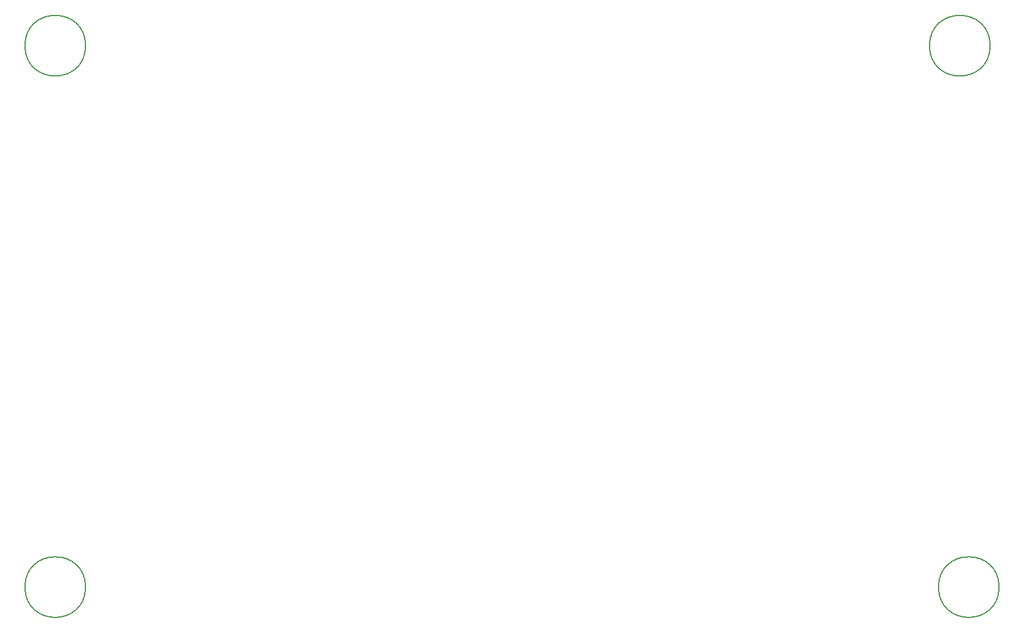
<source format=gbr>
%TF.GenerationSoftware,KiCad,Pcbnew,(6.0.0-rc1-dev-1444-gad0d9f8df)*%
%TF.CreationDate,2019-01-02T13:44:12+02:00*%
%TF.ProjectId,digiTOS-COMOD-SinBoard-routed-2,64696769-544f-4532-9d43-4f4d4f442d53,rev?*%
%TF.SameCoordinates,Original*%
%TF.FileFunction,Other,Comment*%
%FSLAX46Y46*%
G04 Gerber Fmt 4.6, Leading zero omitted, Abs format (unit mm)*
G04 Created by KiCad (PCBNEW (6.0.0-rc1-dev-1444-gad0d9f8df)) date 02/01/2019 13:44:12*
%MOMM*%
%LPD*%
G04 APERTURE LIST*
%ADD10C,0.150000*%
G04 APERTURE END LIST*
D10*
%TO.C,H1*%
X250045000Y-125730000D02*
G75*
G03X250045000Y-125730000I-4300000J0D01*
G01*
%TO.C,H2*%
X120505000Y-125730000D02*
G75*
G03X120505000Y-125730000I-4300000J0D01*
G01*
%TO.C,H3*%
X248775000Y-48895000D02*
G75*
G03X248775000Y-48895000I-4300000J0D01*
G01*
%TO.C,H4*%
X120505000Y-48895000D02*
G75*
G03X120505000Y-48895000I-4300000J0D01*
G01*
%TD*%
M02*

</source>
